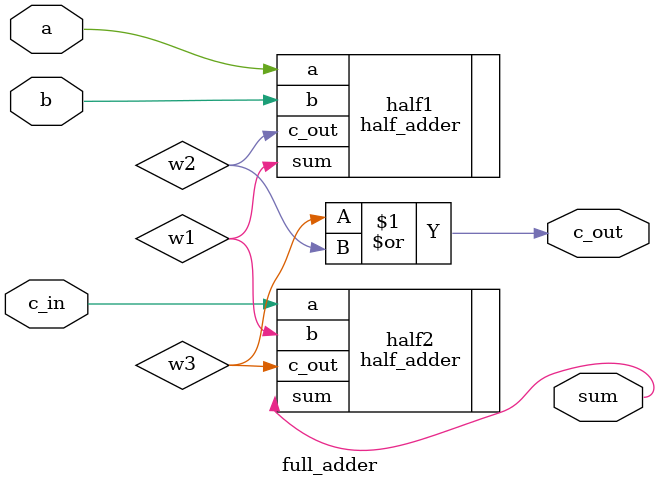
<source format=v>
`timescale 1ns / 1ps


module full_adder(
    input c_in,
    input a,
    input b,
    output sum,
    output c_out
    );
    
    wire w1, w2, w3;
    half_adder half1(.a(a), .b(b), .sum(w1), .c_out(w2));
    half_adder half2(.a(c_in), .b(w1), .sum(sum), .c_out(w3));
    
    assign c_out = w3 | w2;
    
    
endmodule

</source>
